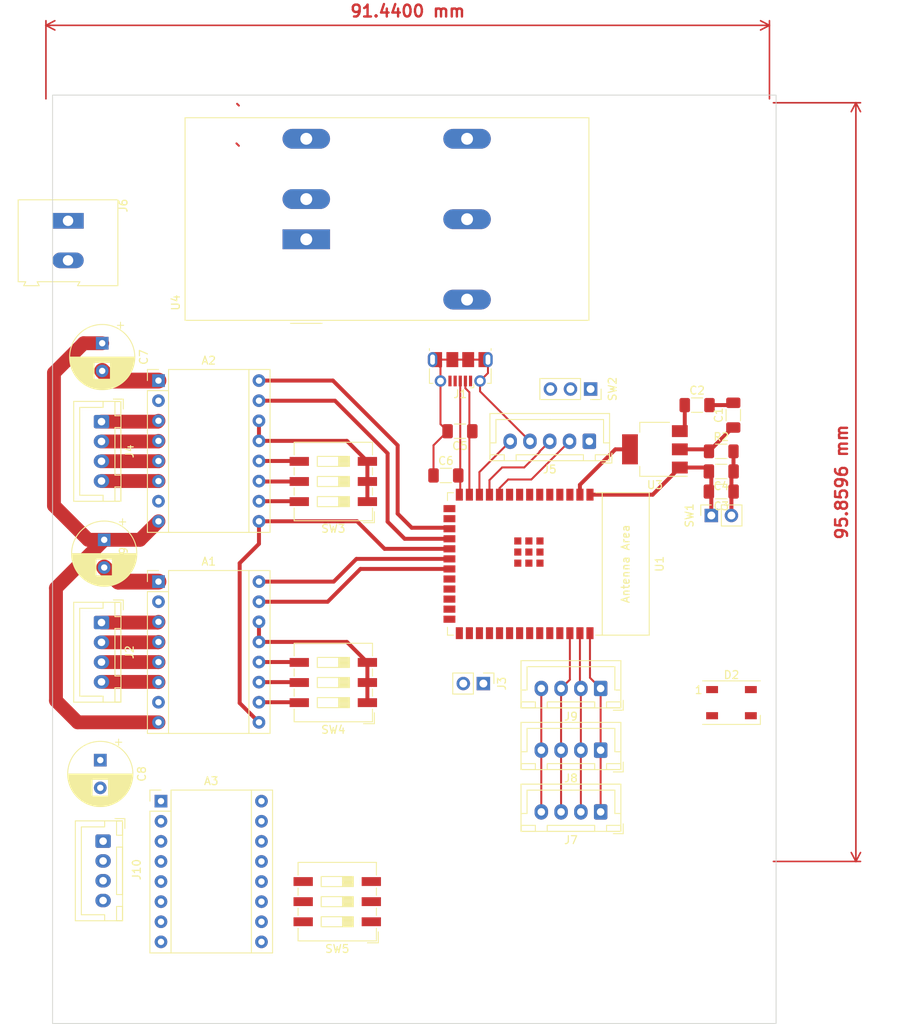
<source format=kicad_pcb>
(kicad_pcb (version 20221018) (generator pcbnew)
  (layers (0 "F.Cu" signal) (31 "B.Cu" signal) (34 "B.Paste" user) (35 "F.Paste" user) (36 "B.SilkS" user "B.Silkscreen") (37 "F.SilkS" user "F.Silkscreen") (38 "B.Mask" user) (39 "F.Mask" user) (44 "Edge.Cuts" user))
  (net 0 "")
  (net 1 "GND")
  (net 3 "Net-(A1-A2)")
  (net 4 "Net-(A1-A1)")
  (net 5 "Net-(A1-B1)")
  (net 6 "Net-(A1-B2)")
  (net 7 "+12V")
  (net 8 "EN")
  (net 9 "Net-(A1-M0)")
  (net 10 "Net-(A1-M1)")
  (net 11 "Net-(A1-M2)")
  (net 12 "5VPower")
  (net 13 "STEP1")
  (net 14 "DIR1")
  (net 16 "Net-(A2-A2)")
  (net 17 "Net-(A2-A1)")
  (net 18 "Net-(A2-B1)")
  (net 19 "Net-(A2-B2)")
  (net 20 "Net-(A2-M0)")
  (net 21 "Net-(A2-M1)")
  (net 22 "Net-(A2-M2)")
  (net 23 "STEP2")
  (net 24 "DIR2")
  (net 25 "+3V3")
  (net 26 "Net-(SW2-B)")
  (net 27 "Net-(SW1-B)")
  (net 28 "esp D-")
  (net 29 "esp D+")
  (net 30 "VBUS")
  (net 31 "-BATT")
  (net 33 "unconnected-(U4-ON{slash}~{OFF}-Pad6)")
  (net 35 "LIDARRX")
  (net 36 "LIDARTX")
  (net 41 "PWMLIDAR")
  (net 46 "/Boot")
  (net 57 "SCL")
  (net 58 "SDA")
  (net 63 "Neopixel")
  (net 66 "Net-(A3-A2)")
  (net 67 "Net-(A3-A1)")
  (net 68 "Net-(A3-B1)")
  (net 69 "Net-(A3-B2)")
  (net 70 "Net-(A3-M0)")
  (net 71 "Net-(A3-M1)")
  (net 72 "Net-(A3-M2)")
  (net 73 "STEP3")
  (net 74 "DIR3")
  (footprint "Connector_JST:JST_XH_B4B-XH-A_1x04_P2.50mm_Vertical" (layer "F.Cu") (at 183.133351 68.3098 -90)
    (fp_text reference "J4" (at 3.75 -3.55 90) (layer "F.SilkS"))
    (fp_text value "Conn_01x04")
    (pad "1" thru_hole roundrect (at 0 0 270) (size 1.7 1.95) (drill 0.95) (layers "*.Cu" "*.Mask") (roundrect_rratio 0.147059) (net 16 "Net-(A2-A2)"))
    (pad "2" thru_hole oval (at 2.5 0 270) (size 1.7 1.95) (drill 0.95) (layers "*.Cu" "*.Mask") (net 17 "Net-(A2-A1)"))
    (pad "3" thru_hole oval (at 5 0 270) (size 1.7 1.95) (drill 0.95) (layers "*.Cu" "*.Mask") (net 18 "Net-(A2-B1)"))
    (pad "4" thru_hole oval (at 7.5 0 270) (size 1.7 1.95) (drill 0.95) (layers "*.Cu" "*.Mask") (net 19 "Net-(A2-B2)"))
  )
  (footprint "Capacitor_THT:CP_Radial_D8.0mm_P3.50mm" (layer "F.Cu") (at 182.9816 111.072549 -90)
    (fp_text reference "C8" (at 1.75 -5.25 90) (layer "F.SilkS"))
    (fp_text value "C_Polarized")
    (pad "1" thru_hole rect (at 0 0 270) (size 1.6 1.6) (drill 0.8) (layers "*.Cu" "*.Mask") (net 7 "+12V"))
    (pad "2" thru_hole circle (at 3.5 0 270) (size 1.6 1.6) (drill 0.8) (layers "*.Cu" "*.Mask") (net 1 "GND"))
  )
  (footprint "Connector_PinSocket_2.54mm:PinSocket_1x03_P2.54mm_Vertical" (layer "F.Cu") (at 244.9453 64.1858 -90)
    (fp_text reference "SW2" (at 0 -2.77 90) (layer "F.SilkS"))
    (fp_text value "SW_SPDT")
    (pad "1" thru_hole rect (at 0 0 270) (size 1.7 1.7) (drill 1) (layers "*.Cu" "*.Mask") (net 12 "5VPower"))
    (pad "2" thru_hole oval (at 0 2.54 270) (size 1.7 1.7) (drill 1) (layers "*.Cu" "*.Mask") (net 26 "Net-(SW2-B)"))
    (pad "3" thru_hole oval (at 0 5.08 270) (size 1.7 1.7) (drill 1) (layers "*.Cu" "*.Mask") (net 30 "VBUS"))
  )
  (footprint "Capacitor_SMD:C_1206_3216Metric_Pad1.33x1.80mm_HandSolder" (layer "F.Cu") (at 226.6573 75.1078)
    (fp_text reference "C6" (at 0 -1.85) (layer "F.SilkS"))
    (fp_text value "C")
    (pad "1" smd roundrect (at -1.5625 0) (size 1.325 1.8) (layers "F.Cu" "F.Paste" "F.Mask") (roundrect_rratio 0.188679) (net 1 "GND"))
    (pad "2" smd roundrect (at 1.5625 0) (size 1.325 1.8) (layers "F.Cu" "F.Paste" "F.Mask") (roundrect_rratio 0.188679) (net 29 "esp D+"))
  )
  (footprint "Button_Switch_SMD:SW_DIP_SPSTx03_Slide_9.78x9.8mm_W8.61mm_P2.54mm" (layer "F.Cu") (at 212.4333 75.8698 180)
    (fp_text reference "SW3" (at 0 -5.96) (layer "F.SilkS"))
    (fp_text value "SW_DIP_x03")
    (pad "1" smd rect (at -4.305 -2.54 180) (size 2.44 1.12) (layers "F.Cu" "F.Paste" "F.Mask") (net 12 "5VPower"))
    (pad "2" smd rect (at -4.305 0 180) (size 2.44 1.12) (layers "F.Cu" "F.Paste" "F.Mask") (net 12 "5VPower"))
    (pad "3" smd rect (at -4.305 2.54 180) (size 2.44 1.12) (layers "F.Cu" "F.Paste" "F.Mask") (net 12 "5VPower"))
    (pad "4" smd rect (at 4.305 2.54 180) (size 2.44 1.12) (layers "F.Cu" "F.Paste" "F.Mask") (net 22 "Net-(A2-M2)"))
    (pad "5" smd rect (at 4.305 0 180) (size 2.44 1.12) (layers "F.Cu" "F.Paste" "F.Mask") (net 21 "Net-(A2-M1)"))
    (pad "6" smd rect (at 4.305 -2.54 180) (size 2.44 1.12) (layers "F.Cu" "F.Paste" "F.Mask") (net 20 "Net-(A2-M0)"))
  )
  (footprint "Module:Pololu_Breakout-16_15.2x20.3mm" (layer "F.Cu") (at 190.3353 63.119)
    (fp_text reference "A2" (at 6.35 -2.54) (layer "F.SilkS"))
    (fp_text value "Pololu_Breakout_DRV8825")
    (pad "1" thru_hole rect (at 0 0) (size 1.6 1.6) (drill 0.8) (layers "*.Cu" "*.Mask") (net 1 "GND"))
    (pad "2" thru_hole oval (at 0 2.54) (size 1.6 1.6) (drill 0.8) (layers "*.Cu" "*.Mask"))
    (pad "3" thru_hole oval (at 0 5.08) (size 1.6 1.6) (drill 0.8) (layers "*.Cu" "*.Mask") (net 16 "Net-(A2-A2)"))
    (pad "4" thru_hole oval (at 0 7.62) (size 1.6 1.6) (drill 0.8) (layers "*.Cu" "*.Mask") (net 17 "Net-(A2-A1)"))
    (pad "5" thru_hole oval (at 0 10.16) (size 1.6 1.6) (drill 0.8) (layers "*.Cu" "*.Mask") (net 18 "Net-(A2-B1)"))
    (pad "6" thru_hole oval (at 0 12.7) (size 1.6 1.6) (drill 0.8) (layers "*.Cu" "*.Mask") (net 19 "Net-(A2-B2)"))
    (pad "7" thru_hole oval (at 0 15.24) (size 1.6 1.6) (drill 0.8) (layers "*.Cu" "*.Mask") (net 1 "GND"))
    (pad "8" thru_hole oval (at 0 17.78) (size 1.6 1.6) (drill 0.8) (layers "*.Cu" "*.Mask") (net 7 "+12V"))
    (pad "9" thru_hole oval (at 12.7 17.78) (size 1.6 1.6) (drill 0.8) (layers "*.Cu" "*.Mask") (net 8 "EN"))
    (pad "10" thru_hole oval (at 12.7 15.24) (size 1.6 1.6) (drill 0.8) (layers "*.Cu" "*.Mask") (net 20 "Net-(A2-M0)"))
    (pad "11" thru_hole oval (at 12.7 12.7) (size 1.6 1.6) (drill 0.8) (layers "*.Cu" "*.Mask") (net 21 "Net-(A2-M1)"))
    (pad "12" thru_hole oval (at 12.7 10.16) (size 1.6 1.6) (drill 0.8) (layers "*.Cu" "*.Mask") (net 22 "Net-(A2-M2)"))
    (pad "13" thru_hole oval (at 12.7 7.62) (size 1.6 1.6) (drill 0.8) (layers "*.Cu" "*.Mask") (net 12 "5VPower"))
    (pad "14" thru_hole oval (at 12.7 5.08) (size 1.6 1.6) (drill 0.8) (layers "*.Cu" "*.Mask") (net 12 "5VPower"))
    (pad "15" thru_hole oval (at 12.7 2.54) (size 1.6 1.6) (drill 0.8) (layers "*.Cu" "*.Mask") (net 23 "STEP2"))
    (pad "16" thru_hole oval (at 12.7 0) (size 1.6 1.6) (drill 0.8) (layers "*.Cu" "*.Mask") (net 24 "DIR2"))
  )
  (footprint "Resistor_SMD:R_1206_3216Metric_Pad1.30x1.75mm_HandSolder" (layer "F.Cu") (at 261.4553 72.0598)
    (fp_text reference "R2" (at 0 -1.82) (layer "F.SilkS"))
    (fp_text value "R")
    (pad "1" smd roundrect (at -1.55 0) (size 1.3 1.75) (layers "F.Cu" "F.Paste" "F.Mask") (roundrect_rratio 0.192308) (net 25 "+3V3"))
    (pad "2" smd roundrect (at 1.55 0) (size 1.3 1.75) (layers "F.Cu" "F.Paste" "F.Mask") (roundrect_rratio 0.192308) (net 27 "Net-(SW1-B)"))
  )
  (footprint "TerminalBlock:TerminalBlock_Altech_AK300-2_P5.00mm" (layer "F.Cu") (at 178.9053 42.9298 -90)
    (fp_text reference "J6" (at -1.92 -6.99 90) (layer "F.SilkS"))
    (fp_text value "Conn_01x02")
    (pad "1" thru_hole rect (at 0 0 270) (size 1.98 3.96) (drill 1.32) (layers "*.Cu" "*.Mask") (net 31 "-BATT"))
    (pad "2" thru_hole oval (at 5 0 270) (size 1.98 3.96) (drill 1.32) (layers "*.Cu" "*.Mask") (net 7 "+12V"))
  )
  (footprint "Connector_JST:JST_XH_B4B-XH-A_1x04_P2.50mm_Vertical" (layer "F.Cu") (at 183.3372 121.3104 -90)
    (fp_text reference "J10" (at 3.598 -4.2396 90) (layer "F.SilkS"))
    (fp_text value "Conn_01x04")
    (pad "1" thru_hole roundrect (at 0 0 270) (size 1.7 1.95) (drill 0.95) (layers "*.Cu" "*.Mask") (roundrect_rratio 0.147059) (net 66 "Net-(A3-A2)"))
    (pad "2" thru_hole oval (at 2.5 0 270) (size 1.7 1.95) (drill 0.95) (layers "*.Cu" "*.Mask") (net 67 "Net-(A3-A1)"))
    (pad "3" thru_hole oval (at 5 0 270) (size 1.7 1.95) (drill 0.95) (layers "*.Cu" "*.Mask") (net 68 "Net-(A3-B1)"))
    (pad "4" thru_hole oval (at 7.5 0 270) (size 1.7 1.95) (drill 0.95) (layers "*.Cu" "*.Mask") (net 69 "Net-(A3-B2)"))
  )
  (footprint "Connector_JST:JST_XH_B4B-XH-A_1x04_P2.50mm_Vertical" (layer "F.Cu") (at 246.2153 109.8158 180)
    (fp_text reference "J8" (at 3.75 -3.55) (layer "F.SilkS"))
    (fp_text value "Conn_01x04")
    (pad "1" thru_hole roundrect (at 0 0 180) (size 1.7 1.95) (drill 0.95) (layers "*.Cu" "*.Mask") (roundrect_rratio 0.147059) (net 1 "GND"))
    (pad "2" thru_hole oval (at 2.5 0 180) (size 1.7 1.95) (drill 0.95) (layers "*.Cu" "*.Mask") (net 57 "SCL"))
    (pad "3" thru_hole oval (at 5 0 180) (size 1.7 1.95) (drill 0.95) (layers "*.Cu" "*.Mask") (net 58 "SDA"))
    (pad "4" thru_hole oval (at 7.5 0 180) (size 1.7 1.95) (drill 0.95) (layers "*.Cu" "*.Mask") (net 12 "5VPower"))
  )
  (footprint "Connector_JST:JST_XH_B5B-XH-A_1x05_P2.50mm_Vertical" (layer "F.Cu") (at 244.7853 70.7898 180)
    (fp_text reference "J5" (at 5 -3.55) (layer "F.SilkS"))
    (fp_text value "Conn_01x05")
    (pad "1" thru_hole roundrect (at 0 0 180) (size 1.7 1.95) (drill 0.95) (layers "*.Cu" "*.Mask") (roundrect_rratio 0.147059) (net 12 "5VPower"))
    (pad "2" thru_hole oval (at 2.5 0 180) (size 1.7 1.95) (drill 0.95) (layers "*.Cu" "*.Mask") (net 35 "LIDARRX"))
    (pad "3" thru_hole oval (at 5 0 180) (size 1.7 1.95) (drill 0.95) (layers "*.Cu" "*.Mask") (net 36 "LIDARTX"))
    (pad "4" thru_hole oval (at 7.5 0 180) (size 1.7 1.95) (drill 0.95) (layers "*.Cu" "*.Mask") (net 1 "GND"))
    (pad "5" thru_hole oval (at 10 0 180) (size 1.7 1.95) (drill 0.95) (layers "*.Cu" "*.Mask") (net 41 "PWMLIDAR"))
  )
  (footprint "Connector_USB:USB_Micro-B_Molex-105017-0001" (layer "F.Cu") (at 228.4753 61.7073 180)
    (fp_text reference "J1" (at 0 -3.1125) (layer "F.SilkS"))
    (fp_text value "USB_B_Micro")
    (pad "1" smd rect (at -1.3 -1.4625 180) (size 0.4 1.35) (layers "F.Cu" "F.Paste" "F.Mask") (net 30 "VBUS"))
    (pad "2" smd rect (at -0.65 -1.4625 180) (size 0.4 1.35) (layers "F.Cu" "F.Paste" "F.Mask") (net 28 "esp D-"))
    (pad "3" smd rect (at 0 -1.4625 180) (size 0.4 1.35) (layers "F.Cu" "F.Paste" "F.Mask") (net 29 "esp D+"))
    (pad "4" smd rect (at 0.65 -1.4625 180) (size 0.4 1.35) (layers "F.Cu" "F.Paste" "F.Mask"))
    (pad "5" smd rect (at 1.3 -1.4625 180) (size 0.4 1.35) (layers "F.Cu" "F.Paste" "F.Mask") (net 1 "GND"))
    (pad "6" thru_hole oval (at -3.5 1.2375) (size 1.2 1.9) (drill oval 0.6 1.3) (layers "*.Cu" "*.Mask") (net 1 "GND"))
    (pad "6" smd rect (at -2.9 1.2375 180) (size 1.2 1.9) (layers "F.Cu" "F.Mask") (net 1 "GND"))
    (pad "6" thru_hole circle (at -2.5 -1.4625 180) (size 1.45 1.45) (drill 0.85) (layers "*.Cu" "*.Mask") (net 1 "GND"))
    (pad "6" smd rect (at -1 1.2375 180) (size 1.5 1.9) (layers "F.Cu" "F.Paste" "F.Mask") (net 1 "GND"))
    (pad "6" smd rect (at 1 1.2375 180) (size 1.5 1.9) (layers "F.Cu" "F.Paste" "F.Mask") (net 1 "GND"))
    (pad "6" thru_hole circle (at 2.5 -1.4625 180) (size 1.45 1.45) (drill 0.85) (layers "*.Cu" "*.Mask") (net 1 "GND"))
    (pad "6" smd rect (at 2.9 1.2375 180) (size 1.2 1.9) (layers "F.Cu" "F.Mask") (net 1 "GND"))
    (pad "6" thru_hole oval (at 3.5 1.2375 180) (size 1.2 1.9) (drill oval 0.6 1.3) (layers "*.Cu" "*.Mask") (net 1 "GND"))
  )
  (footprint "LED_SMD:LED_WS2812B_PLCC4_5.0x5.0mm_P3.2mm" (layer "F.Cu") (at 262.7514 103.8108)
    (fp_text reference "D2" (at 0 -3.5) (layer "F.SilkS"))
    (fp_text value "WS2812B")
    (fp_text user "1" (at -4.15 -1.6) (layer "F.SilkS"))
    (pad "1" smd rect (at -2.45 -1.65) (size 1.5 0.9) (layers "F.Cu" "F.Paste" "F.Mask") (net 12 "5VPower"))
    (pad "2" smd rect (at -2.45 1.65) (size 1.5 0.9) (layers "F.Cu" "F.Paste" "F.Mask"))
    (pad "3" smd rect (at 2.45 1.65) (size 1.5 0.9) (layers "F.Cu" "F.Paste" "F.Mask") (net 1 "GND"))
    (pad "4" smd rect (at 2.45 -1.65) (size 1.5 0.9) (layers "F.Cu" "F.Paste" "F.Mask") (net 63 "Neopixel"))
  )
  (footprint "Connector_JST:JST_XH_B4B-XH-A_1x04_P2.50mm_Vertical" (layer "F.Cu") (at 246.2153 102.0158 180)
    (fp_text reference "J9" (at 3.75 -3.55) (layer "F.SilkS"))
    (fp_text value "Conn_01x04")
    (pad "1" thru_hole roundrect (at 0 0 180) (size 1.7 1.95) (drill 0.95) (layers "*.Cu" "*.Mask") (roundrect_rratio 0.147059) (net 1 "GND"))
    (pad "2" thru_hole oval (at 2.5 0 180) (size 1.7 1.95) (drill 0.95) (layers "*.Cu" "*.Mask") (net 57 "SCL"))
    (pad "3" thru_hole oval (at 5 0 180) (size 1.7 1.95) (drill 0.95) (layers "*.Cu" "*.Mask") (net 58 "SDA"))
    (pad "4" thru_hole oval (at 7.5 0 180) (size 1.7 1.95) (drill 0.95) (layers "*.Cu" "*.Mask") (net 12 "5VPower"))
  )
  (footprint "Capacitor_SMD:C_1206_3216Metric_Pad1.33x1.80mm_HandSolder" (layer "F.Cu") (at 228.4353 69.5198 180)
    (fp_text reference "C5" (at 0 -1.85) (layer "F.SilkS"))
    (fp_text value "C")
    (pad "1" smd roundrect (at -1.5625 0 180) (size 1.325 1.8) (layers "F.Cu" "F.Paste" "F.Mask") (roundrect_rratio 0.188679) (net 28 "esp D-"))
    (pad "2" smd roundrect (at 1.5625 0 180) (size 1.325 1.8) (layers "F.Cu" "F.Paste" "F.Mask") (roundrect_rratio 0.188679) (net 1 "GND"))
  )
  (footprint "Module:Pololu_Breakout-16_15.2x20.3mm" (layer "F.Cu") (at 190.6524 116.2558)
    (fp_text reference "A3" (at 6.35 -2.54) (layer "F.SilkS"))
    (fp_text value "Pololu_Breakout_DRV8825")
    (pad "1" thru_hole rect (at 0 0) (size 1.6 1.6) (drill 0.8) (layers "*.Cu" "*.Mask") (net 1 "GND"))
    (pad "2" thru_hole oval (at 0 2.54) (size 1.6 1.6) (drill 0.8) (layers "*.Cu" "*.Mask"))
    (pad "3" thru_hole oval (at 0 5.08) (size 1.6 1.6) (drill 0.8) (layers "*.Cu" "*.Mask") (net 66 "Net-(A3-A2)"))
    (pad "4" thru_hole oval (at 0 7.62) (size 1.6 1.6) (drill 0.8) (layers "*.Cu" "*.Mask") (net 67 "Net-(A3-A1)"))
    (pad "5" thru_hole oval (at 0 10.16) (size 1.6 1.6) (drill 0.8) (layers "*.Cu" "*.Mask") (net 68 "Net-(A3-B1)"))
    (pad "6" thru_hole oval (at 0 12.7) (size 1.6 1.6) (drill 0.8) (layers "*.Cu" "*.Mask") (net 69 "Net-(A3-B2)"))
    (pad "7" thru_hole oval (at 0 15.24) (size 1.6 1.6) (drill 0.8) (layers "*.Cu" "*.Mask") (net 1 "GND"))
    (pad "8" thru_hole oval (at 0 17.78) (size 1.6 1.6) (drill 0.8) (layers "*.Cu" "*.Mask") (net 7 "+12V"))
    (pad "9" thru_hole oval (at 12.7 17.78) (size 1.6 1.6) (drill 0.8) (layers "*.Cu" "*.Mask") (net 8 "EN"))
    (pad "10" thru_hole oval (at 12.7 15.24) (size 1.6 1.6) (drill 0.8) (layers "*.Cu" "*.Mask") (net 70 "Net-(A3-M0)"))
    (pad "11" thru_hole oval (at 12.7 12.7) (size 1.6 1.6) (drill 0.8) (layers "*.Cu" "*.Mask") (net 71 "Net-(A3-M1)"))
    (pad "12" thru_hole oval (at 12.7 10.16) (size 1.6 1.6) (drill 0.8) (layers "*.Cu" "*.Mask") (net 72 "Net-(A3-M2)"))
    (pad "13" thru_hole oval (at 12.7 7.62) (size 1.6 1.6) (drill 0.8) (layers "*.Cu" "*.Mask") (net 12 "5VPower"))
    (pad "14" thru_hole oval (at 12.7 5.08) (size 1.6 1.6) (drill 0.8) (layers "*.Cu" "*.Mask") (net 12 "5VPower"))
    (pad "15" thru_hole oval (at 12.7 2.54) (size 1.6 1.6) (drill 0.8) (layers "*.Cu" "*.Mask") (net 73 "STEP3"))
    (pad "16" thru_hole oval (at 12.7 0) (size 1.6 1.6) (drill 0.8) (layers "*.Cu" "*.Mask") (net 74 "DIR3"))
  )
  (footprint "Capacitor_SMD:C_1206_3216Metric_Pad1.33x1.80mm_HandSolder" (layer "F.Cu") (at 262.9793 67.4878 90)
    (fp_text reference "C1" (at 0 -1.85 90) (layer "F.SilkS"))
    (fp_text value "C")
    (pad "1" smd roundrect (at -1.5625 0 90) (size 1.325 1.8) (layers "F.Cu" "F.Paste" "F.Mask") (roundrect_rratio 0.188679) (net 25 "+3V3"))
    (pad "2" smd roundrect (at 1.5625 0 90) (size 1.325 1.8) (layers "F.Cu" "F.Paste" "F.Mask") (roundrect_rratio 0.188679) (net 1 "GND"))
  )
  (footprint "Connector_PinHeader_2.54mm:PinHeader_1x02_P2.54mm_Vertical" (layer "F.Cu") (at 231.399 101.3968 -90)
    (fp_text reference "J3" (at 0 -2.33 90) (layer "F.SilkS"))
    (fp_text value "Conn_01x02")
    (pad "1" thru_hole rect (at 0 0 270) (size 1.7 1.7) (drill 1) (layers "*.Cu" "*.Mask") (net 1 "GND"))
    (pad "2" thru_hole oval (at 0 2.54 270) (size 1.7 1.7) (drill 1) (layers "*.Cu" "*.Mask") (net 46 "/Boot"))
  )
  (footprint "Capacitor_SMD:C_1206_3216Metric_Pad1.33x1.80mm_HandSolder" (layer "F.Cu") (at 261.4553 74.5998 180)
    (fp_text reference "C4" (at 0 -1.85) (layer "F.SilkS"))
    (fp_text value "C")
    (pad "1" smd roundrect (at -1.5625 0 180) (size 1.325 1.8) (layers "F.Cu" "F.Paste" "F.Mask") (roundrect_rratio 0.188679) (net 27 "Net-(SW1-B)"))
    (pad "2" smd roundrect (at 1.5625 0 180) (size 1.325 1.8) (layers "F.Cu" "F.Paste" "F.Mask") (roundrect_rratio 0.188679) (net 1 "GND"))
  )
  (footprint "Package_TO_SOT_SMD:SOT-223-3_TabPin2" (layer "F.Cu") (at 253.0733 71.8058 180)
    (fp_text reference "U3" (at 0 -4.5) (layer "F.SilkS"))
    (fp_text value "LM1117MP-3.3")
    (pad "1" smd rect (at -3.15 -2.3 180) (size 2 1.5) (layers "F.Cu" "F.Paste" "F.Mask") (net 1 "GND"))
    (pad "2" smd rect (at -3.15 0 180) (size 2 1.5) (layers "F.Cu" "F.Paste" "F.Mask") (net 25 "+3V3"))
    (pad "2" smd rect (at 3.15 0 180) (size 2 3.8) (layers "F.Cu" "F.Paste" "F.Mask") (net 25 "+3V3"))
    (pad "3" smd rect (at -3.15 2.3 180) (size 2 1.5) (layers "F.Cu" "F.Paste" "F.Mask") (net 26 "Net-(SW2-B)"))
  )
  (footprint "Connector_JST:JST_XH_B4B-XH-A_1x04_P2.50mm_Vertical" (layer "F.Cu") (at 246.2153 117.6158 180)
    (fp_text reference "J7" (at 3.75 -3.55) (layer "F.SilkS"))
    (fp_text value "Conn_01x04")
    (pad "1" thru_hole roundrect (at 0 0 180) (size 1.7 1.95) (drill 0.95) (layers "*.Cu" "*.Mask") (roundrect_rratio 0.147059) (net 1 "GND"))
    (pad "2" thru_hole oval (at 2.5 0 180) (size 1.7 1.95) (drill 0.95) (layers "*.Cu" "*.Mask") (net 57 "SCL"))
    (pad "3" thru_hole oval (at 5 0 180) (size 1.7 1.95) (drill 0.95) (layers "*.Cu" "*.Mask") (net 58 "SDA"))
    (pad "4" thru_hole oval (at 7.5 0 180) (size 1.7 1.95) (drill 0.95) (layers "*.Cu" "*.Mask") (net 12 "5VPower"))
  )
  (footprint "Converter_DCDC:Converter_DCDC_TRACO_TEN20-xxxx_THT" (layer "F.Cu") (at 209.0151 45.2673 90)
    (fp_text reference "U4" (at -8 -16.5 90) (layer "F.SilkS"))
    (fp_text value "TEN20-2411WIN")
    (pad "1" thru_hole rect (at 0 0 180) (size 6 2.5) (drill 1.5) (layers "*.Cu" "*.Mask") (net 7 "+12V"))
    (pad "2" thru_hole oval (at 5.08 0 180) (size 6 2.5) (drill 1.5) (layers "*.Cu" "*.Mask") (net 31 "-BATT"))
    (pad "3" thru_hole oval (at -7.62 20.32 180) (size 6 2.5) (drill 1.5) (layers "*.Cu" "*.Mask") (net 12 "5VPower"))
    (pad "4" thru_hole oval (at 2.54 20.32 180) (size 6 2.5) (drill 1.5) (layers "*.Cu" "*.Mask"))
    (pad "5" thru_hole oval (at 12.7 20.32 180) (size 6 2.5) (drill 1.5) (layers "*.Cu" "*.Mask") (net 1 "GND"))
    (pad "6" thru_hole oval (at 12.7 0 180) (size 6 2.5) (drill 1.5) (layers "*.Cu" "*.Mask") (net 33 "unconnected-(U4-ON{slash}~{OFF}-Pad6)"))
  )
  (footprint "Button_Switch_SMD:SW_DIP_SPSTx03_Slide_9.78x9.8mm_W8.61mm_P2.54mm" (layer "F.Cu") (at 212.9282 128.9558 180)
    (fp_text reference "SW5" (at 0 -5.96) (layer "F.SilkS"))
    (fp_text value "SW_DIP_x03")
    (pad "1" smd rect (at -4.305 -2.54 180) (size 2.44 1.12) (layers "F.Cu" "F.Paste" "F.Mask") (net 12 "5VPower"))
    (pad "2" smd rect (at -4.305 0 180) (size 2.44 1.12) (layers "F.Cu" "F.Paste" "F.Mask") (net 12 "5VPower"))
    (pad "3" smd rect (at -4.305 2.54 180) (size 2.44 1.12) (layers "F.Cu" "F.Paste" "F.Mask") (net 12 "5VPower"))
    (pad "4" smd rect (at 4.305 2.54 180) (size 2.44 1.12) (layers "F.Cu" "F.Paste" "F.Mask") (net 72 "Net-(A3-M2)"))
    (pad "5" smd rect (at 4.305 0 180) (size 2.44 1.12) (layers "F.Cu" "F.Paste" "F.Mask") (net 71 "Net-(A3-M1)"))
    (pad "6" smd rect (at 4.305 -2.54 180) (size 2.44 1.12) (layers "F.Cu" "F.Paste" "F.Mask") (net 70 "Net-(A3-M0)"))
  )
  (footprint "Capacitor_SMD:C_1206_3216Metric_Pad1.33x1.80mm_HandSolder" (layer "F.Cu") (at 258.4073 66.2178)
    (fp_text reference "C2" (at 0 -1.85) (layer "F.SilkS"))
    (fp_text value "C")
    (pad "1" smd roundrect (at -1.5625 0) (size 1.325 1.8) (layers "F.Cu" "F.Paste" "F.Mask") (roundrect_rratio 0.188679) (net 26 "Net-(SW2-B)"))
    (pad "2" smd roundrect (at 1.5625 0) (size 1.325 1.8) (layers "F.Cu" "F.Paste" "F.Mask") (roundrect_rratio 0.188679) (net 1 "GND"))
  )
  (footprint "Capacitor_SMD:C_1206_3216Metric_Pad1.33x1.80mm_HandSolder" (layer "F.Cu") (at 261.4553 77.1398 180)
    (fp_text reference "C3" (at 0 -1.85) (layer "F.SilkS"))
    (fp_text value "C")
    (pad "1" smd roundrect (at -1.5625 0 180) (size 1.325 1.8) (layers "F.Cu" "F.Paste" "F.Mask") (roundrect_rratio 0.188679) (net 27 "Net-(SW1-B)"))
    (pad "2" smd roundrect (at 1.5625 0 180) (size 1.325 1.8) (layers "F.Cu" "F.Paste" "F.Mask") (roundrect_rratio 0.188679) (net 1 "GND"))
  )
  (footprint "Capacitor_THT:CP_Radial_D8.0mm_P3.50mm" (layer "F.Cu") (at 183.4773 83.2358 -90)
    (fp_text reference "C9" (at 1.88 -2.45 90) (layer "F.SilkS"))
    (fp_text value "C_Polarized")
    (pad "1" thru_hole rect (at 0 0 270) (size 1.6 1.6) (drill 0.8) (layers "*.Cu" "*.Mask") (net 7 "+12V"))
    (pad "2" thru_hole circle (at 3.5 0 270) (size 1.6 1.6) (drill 0.8) (layers "*.Cu" "*.Mask") (net 1 "GND"))
  )
  (footprint "Module:Pololu_Breakout-16_15.2x20.3mm" (layer "F.Cu") (at 190.3353 88.519)
    (fp_text reference "A1" (at 6.35 -2.54) (layer "F.SilkS"))
    (fp_text value "Pololu_Breakout_DRV8825")
    (pad "1" thru_hole rect (at 0 0) (size 1.6 1.6) (drill 0.8) (layers "*.Cu" "*.Mask") (net 1 "GND"))
    (pad "2" thru_hole oval (at 0 2.54) (size 1.6 1.6) (drill 0.8) (layers "*.Cu" "*.Mask"))
    (pad "3" thru_hole oval (at 0 5.08) (size 1.6 1.6) (drill 0.8) (layers "*.Cu" "*.Mask") (net 3 "Net-(A1-A2)"))
    (pad "4" thru_hole oval (at 0 7.62) (size 1.6 1.6) (drill 0.8) (layers "*.Cu" "*.Mask") (net 4 "Net-(A1-A1)"))
    (pad "5" thru_hole oval (at 0 10.16) (size 1.6 1.6) (drill 0.8) (layers "*.Cu" "*.Mask") (net 5 "Net-(A1-B1)"))
    (pad "6" thru_hole oval (at 0 12.7) (size 1.6 1.6) (drill 0.8) (layers "*.Cu" "*.Mask") (net 6 "Net-(A1-B2)"))
    (pad "7" thru_hole oval (at 0 15.24) (size 1.6 1.6) (drill 0.8) (layers "*.Cu" "*.Mask") (net 1 "GND"))
    (pad "8" thru_hole oval (at 0 17.78) (size 1.6 1.6) (drill 0.8) (layers "*.Cu" "*.Mask") (net 7 "+12V"))
    (pad "9" thru_hole oval (at 12.7 17.78) (size 1.6 1.6) (drill 0.8) (layers "*.Cu" "*.Mask") (net 8 "EN"))
    (pad "10" thru_hole oval (at 12.7 15.24) (size 1.6 1.6) (drill 0.8) (layers "*.Cu" "*.Mask") (net 9 "Net-(A1-M0)"))
    (pad "11" thru_hole oval (at 12.7 12.7) (size 1.6 1.6) (drill 0.8) (layers "*.Cu" "*.Mask") (net 10 "Net-(A1-M1)"))
    (pad "12" thru_hole oval (at 12.7 10.16) (size 1.6 1.6) (drill 0.8) (layers "*.Cu" "*.Mask") (net 11 "Net-(A1-M2)"))
    (pad "13" thru_hole oval (at 12.7 7.62) (size 1.6 1.6) (drill 0.8) (layers "*.Cu" "*.Mask") (net 12 "5VPower"))
    (pad "14" thru_hole oval (at 12.7 5.08) (size 1.6 1.6) (drill 0.8) (layers "*.Cu" "*.Mask") (net 12 "5VPower"))
    (pad "15" thru_hole oval (at 12.7 2.54) (size 1.6 1.6) (drill 0.8) (layers "*.Cu" "*.Mask") (net 13 "STEP1"))
    (pad "16" thru_hole oval (at 12.7 0) (size 1.6 1.6) (drill 0.8) (layers "*.Cu" "*.Mask") (net 14 "DIR1"))
  )
  (footprint "Capacitor_THT:CP_Radial_D8.0mm_P3.50mm" (layer "F.Cu") (at 183.2233 58.3998 -90)
    (fp_text reference "C7" (at 1.75 -5.25 90) (layer "F.SilkS"))
    (fp_text value "C_Polarized")
    (pad "1" thru_hole rect (at 0 0 270) (size 1.6 1.6) (drill 0.8) (layers "*.Cu" "*.Mask") (net 7 "+12V"))
    (pad "2" thru_hole circle (at 3.5 0 270) (size 1.6 1.6) (drill 0.8) (layers "*.Cu" "*.Mask") (net 1 "GND"))
  )
  (footprint "Connector_JST:JST_XH_B4B-XH-A_1x04_P2.50mm_Vertical" (layer "F.Cu") (at 183.133351 93.6898 -90)
    (fp_text reference "J2" (at 3.75 -3.55 90) (layer "F.SilkS"))
    (fp_text value "Conn_01x04")
    (pad "1" thru_hole roundrect (at 0 0 270) (size 1.7 1.95) (drill 0.95) (layers "*.Cu" "*.Mask") (roundrect_rratio 0.147059) (net 3 "Net-(A1-A2)"))
    (pad "2" thru_hole oval (at 2.5 0 270) (size 1.7 1.95) (drill 0.95) (layers "*.Cu" "*.Mask") (net 4 "Net-(A1-A1)"))
    (pad "3" thru_hole oval (at 5 0 270) (size 1.7 1.95) (drill 0.95) (layers "*.Cu" "*.Mask") (net 5 "Net-(A1-B1)"))
    (pad "4" thru_hole oval (at 7.5 0 270) (size 1.7 1.95) (drill 0.95) (layers "*.Cu" "*.Mask") (net 6 "Net-(A1-B2)"))
  )
  (footprint "ESP32:ESP32-S3-WROOM-1" (layer "F.Cu") (at 236.6073 86.2838 -90)
    (fp_text reference "U1" (at 0 -17.05 90) (layer "F.SilkS"))
    (fp_text value "ESP32-S3-WROOM-1")
    (fp_text user "Antenna Area" (at 0 -12.75 90) (layer "F.SilkS"))
    (pad "1" smd rect (at -8.75 -8.26 270) (size 1.5 0.9) (layers "F.Cu" "F.Paste" "F.Mask") (net 1 "GND"))
    (pad "2" smd rect (at -8.75 -6.99 270) (size 1.5 0.9) (layers "F.Cu" "F.Paste" "F.Mask") (net 25 "+3V3"))
    (pad "3" smd rect (at -8.75 -5.72 270) (size 1.5 0.9) (layers "F.Cu" "F.Paste" "F.Mask") (net 27 "Net-(SW1-B)"))
    (pad "4" smd rect (at -8.75 -4.45 270) (size 1.5 0.9) (layers "F.Cu" "F.Paste" "F.Mask"))
    (pad "5" smd rect (at -8.75 -3.18 270) (size 1.5 0.9) (layers "F.Cu" "F.Paste" "F.Mask"))
    (pad "6" smd rect (at -8.75 -1.91 270) (size 1.5 0.9) (layers "F.Cu" "F.Paste" "F.Mask"))
    (pad "7" smd rect (at -8.75 -0.64 270) (size 1.5 0.9) (layers "F.Cu" "F.Paste" "F.Mask"))
    (pad "8" smd rect (at -8.75 0.63 270) (size 1.5 0.9) (layers "F.Cu" "F.Paste" "F.Mask"))
    (pad "9" smd rect (at -8.75 1.9 270) (size 1.5 0.9) (layers "F.Cu" "F.Paste" "F.Mask"))
    (pad "10" smd rect (at -8.75 3.17 270) (size 1.5 0.9) (layers "F.Cu" "F.Paste" "F.Mask") (net 35 "LIDARRX"))
    (pad "11" smd rect (at -8.75 4.44 270) (size 1.5 0.9) (layers "F.Cu" "F.Paste" "F.Mask") (net 36 "LIDARTX"))
    (pad "12" smd rect (at -8.75 5.71 270) (size 1.5 0.9) (layers "F.Cu" "F.Paste" "F.Mask") (net 41 "PWMLIDAR"))
    (pad "13" smd rect (at -8.75 6.98 270) (size 1.5 0.9) (layers "F.Cu" "F.Paste" "F.Mask") (net 28 "esp D-"))
    (pad "14" smd rect (at -8.75 8.25 270) (size 1.5 0.9) (layers "F.Cu" "F.Paste" "F.Mask") (net 29 "esp D+"))
    (pad "15" smd rect (at -6.985 9.5) (size 1.5 0.9) (layers "F.Cu" "F.Paste" "F.Mask"))
    (pad "16" smd rect (at -5.715 9.5) (size 1.5 0.9) (layers "F.Cu" "F.Paste" "F.Mask"))
    (pad "17" smd rect (at -4.445 9.5) (size 1.5 0.9) (layers "F.Cu" "F.Paste" "F.Mask") (net 24 "DIR2"))
    (pad "18" smd rect (at -3.175 9.5) (size 1.5 0.9) (layers "F.Cu" "F.Paste" "F.Mask") (net 23 "STEP2"))
    (pad "19" smd rect (at -1.905 9.5) (size 1.5 0.9) (layers "F.Cu" "F.Paste" "F.Mask") (net 8 "EN"))
    (pad "20" smd rect (at -0.635 9.5) (size 1.5 0.9) (layers "F.Cu" "F.Paste" "F.Mask") (net 14 "DIR1"))
    (pad "21" smd rect (at 0.635 9.5) (size 1.5 0.9) (layers "F.Cu" "F.Paste" "F.Mask") (net 13 "STEP1"))
    (pad "22" smd rect (at 1.905 9.5) (size 1.5 0.9) (layers "F.Cu" "F.Paste" "F.Mask") (net 63 "Neopixel"))
    (pad "23" smd rect (at 3.175 9.5) (size 1.5 0.9) (layers "F.Cu" "F.Paste" "F.Mask"))
    (pad "24" smd rect (at 4.445 9.5) (size 1.5 0.9) (layers "F.Cu" "F.Paste" "F.Mask"))
    (pad "25" smd rect (at 5.715 9.5) (size 1.5 0.9) (layers "F.Cu" "F.Paste" "F.Mask"))
    (pad "26" smd rect (at 6.985 9.5) (size 1.5 0.9) (layers "F.Cu" "F.Paste" "F.Mask"))
    (pad "27" smd rect (at 8.75 8.25 90) (size 1.5 0.9) (layers "F.Cu" "F.Paste" "F.Mask") (net 46 "/Boot"))
    (pad "28" smd rect (at 8.75 6.98 90) (size 1.5 0.9) (layers "F.Cu" "F.Paste" "F.Mask"))
    (pad "29" smd rect (at 8.75 5.71 90) (size 1.5 0.9) (layers "F.Cu" "F.Paste" "F.Mask"))
    (pad "30" smd rect (at 8.75 4.44 90) (size 1.5 0.9) (layers "F.Cu" "F.Paste" "F.Mask"))
    (pad "31" smd rect (at 8.75 3.17 90) (size 1.5 0.9) (layers "F.Cu" "F.Paste" "F.Mask"))
    (pad "32" smd rect (at 8.75 1.9 90) (size 1.5 0.9) (layers "F.Cu" "F.Paste" "F.Mask"))
    (pad "33" smd rect (at 8.75 0.63 90) (size 1.5 0.9) (layers "F.Cu" "F.Paste" "F.Mask"))
    (pad "34" smd rect (at 8.75 -0.64 90) (size 1.5 0.9) (layers "F.Cu" "F.Paste" "F.Mask"))
    (pad "35" smd rect (at 8.75 -1.91 90) (size 1.5 0.9) (layers "F.Cu" "F.Paste" "F.Mask"))
    (pad "36" smd rect (at 8.75 -3.18 90) (size 1.5 0.9) (layers "F.Cu" "F.Paste" "F.Mask"))
    (pad "37" smd rect (at 8.75 -4.45 90) (size 1.5 0.9) (layers "F.Cu" "F.Paste" "F.Mask"))
    (pad "38" smd rect (at 8.75 -5.72 90) (size 1.5 0.9) (layers "F.Cu" "F.Paste" "F.Mask") (net 58 "SDA"))
    (pad "39" smd rect (at 8.75 -6.99 90) (size 1.5 0.9) (layers "F.Cu" "F.Paste" "F.Mask") (net 57 "SCL"))
    (pad "40" smd rect (at 8.75 -8.26 90) (size 1.5 0.9) (layers "F.Cu" "F.Paste" "F.Mask") (net 1 "GND"))
    (pad "41" smd rect (at -2.9 -1.94 90) (size 0.9 0.9) (layers "F.Cu" "F.Paste" "F.Mask") (net 1 "GND"))
    (pad "41" smd rect (at -2.9 -0.54 90) (size 0.9 0.9) (layers "F.Cu" "F.Paste" "F.Mask") (net 1 "GND"))
    (pad "41" smd rect (at -2.9 0.86 90) (size 0.9 0.9) (layers "F.Cu" "F.Paste" "F.Mask") (net 1 "GND"))
    (pad "41" smd rect (at -1.5 -1.94 90) (size 0.9 0.9) (layers "F.Cu" "F.Paste" "F.Mask") (net 1 "GND"))
    (pad "41" smd rect (at -1.5 -0.54 90) (size 0.9 0.9) (layers "F.Cu" "F.Paste" "F.Mask") (net 1 "GND"))
    (pad "41" smd rect (at -1.5 0.86 90) (size 0.9 0.9) (layers "F.Cu" "F.Paste" "F.Mask") (net 1 "GND"))
    (pad "41" smd rect (at -0.1 -1.94 90) (size 0.9 0.9) (layers "F.Cu" "F.Paste" "F.Mask") (net 1 "GND"))
    (pad "41" smd rect (at -0.1 -0.54 90) (size 0.9 0.9) (layers "F.Cu" "F.Paste" "F.Mask") (net 1 "GND"))
    (pad "41" smd rect (at -0.1 0.86 90) (size 0.9 0.9) (layers "F.Cu" "F.Paste" "F.Mask") (net 1 "GND"))
  )
  (footprint "Button_Switch_SMD:SW_DIP_SPSTx03_Slide_9.78x9.8mm_W8.61mm_P2.54mm" (layer "F.Cu") (at 212.4333 101.2698 180)
    (fp_text reference "SW4" (at 0 -5.96) (layer "F.SilkS"))
    (fp_text value "SW_DIP_x03")
    (pad "1" smd rect (at -4.305 -2.54 180) (size 2.44 1.12) (layers "F.Cu" "F.Paste" "F.Mask") (net 12 "5VPower"))
    (pad "2" smd rect (at -4.305 0 180) (size 2.44 1.12) (layers "F.Cu" "F.Paste" "F.Mask") (net 12 "5VPower"))
    (pad "3" smd rect (at -4.305 2.54 180) (size 2.44 1.12) (layers "F.Cu" "F.Paste" "F.Mask") (net 12 "5VPower"))
    (pad "4" smd rect (at 4.305 2.54 180) (size 2.44 1.12) (layers "F.Cu" "F.Paste" "F.Mask") (net 11 "Net-(A1-M2)"))
    (pad "5" smd rect (at 4.305 0 180) (size 2.44 1.12) (layers "F.Cu" "F.Paste" "F.Mask") (net 10 "Net-(A1-M1)"))
    (pad "6" smd rect (at 4.305 -2.54 180) (size 2.44 1.12) (layers "F.Cu" "F.Paste" "F.Mask") (net 9 "Net-(A1-M0)"))
  )
  (footprint "Connector_PinSocket_2.54mm:PinSocket_1x02_P2.54mm_Vertical" (layer "F.Cu") (at 260.2053 80.1628 90)
    (fp_text reference "SW1" (at 0 -2.77 90) (layer "F.SilkS"))
    (fp_text value "SW_SPST")
    (pad "1" thru_hole rect (at 0 0 90) (size 1.7 1.7) (drill 1) (layers "*.Cu" "*.Mask") (net 1 "GND"))
    (pad "2" thru_hole oval (at 0 2.54 90) (size 1.7 1.7) (drill 1) (layers "*.Cu" "*.Mask") (net 27 "Net-(SW1-B)"))
  )
  (gr_rect (start 176.9495 27.051) (end 268.3895 144.3482) (stroke (width 0.1)) (fill none) (layer "Edge.Cuts"))
  (dimension (type aligned) (layer "F.Cu") (pts (xy 267.5513 123.8758) (xy 267.5513 28.0162)) (height 10.922) (gr_text "95,8596 mm" (at 276.6733 75.946 90) (layer "F.Cu") (effects (font (size 1.5 1.5) (thickness 0.3)))) (format (prefix "") (suffix "") (units 3) (units_format 1) (precision 4)) (style (thickness 0.2) (arrow_length 1.27) (text_position_mode 0) (extension_height 0.58642) (extension_offset 0.5) keep_text_aligned))
  (dimension (type aligned) (layer "F.Cu") (pts (xy 267.5513 28.0162) (xy 176.1113 28.0162)) (height 9.778999) (gr_text "91,4400 mm" (at 221.8313 16.437201) (layer "F.Cu") (effects (font (size 1.5 1.5) (thickness 0.3)))) (format (prefix "") (suffix "") (units 3) (units_format 1) (precision 4)) (style (thickness 0.2) (arrow_length 1.27) (text_position_mode 0) (extension_height 0.58642) (extension_offset 0.5) keep_text_aligned))
  (segment (start 230.9753 64.4798) (end 237.2853 70.7898) (width 0.25) (layer "F.Cu") (net 1))
  (segment (start 230.9753 63.1698) (end 230.9753 64.4798) (width 0.25) (layer "F.Cu") (net 1))
  (segment (start 190.3353 63.119) (end 184.4425 63.119) (width 2) (layer "F.Cu") (net 1))
  (segment (start 252.7953 77.5338) (end 256.2233 74.1058) (width 0.5) (layer "F.Cu") (net 1))
  (segment (start 225.9753 63.1698) (end 225.9753 61.4698) (width 0.25) (layer "F.Cu") (net 1))
  (segment (start 184.4425 63.119) (end 183.2233 61.8998) (width 2) (layer "F.Cu") (net 1))
  (segment (start 244.8673 100.6678) (end 246.2153 102.0158) (width 0.25) (layer "F.Cu") (net 1))
  (segment (start 256.2233 74.1058) (end 259.3988 74.1058) (width 0.5) (layer "F.Cu") (net 1))
  (segment (start 259.3988 74.1058) (end 259.8928 74.5998) (width 0.5) (layer "F.Cu") (net 1))
  (segment (start 225.9753 68.6223) (end 226.8728 69.5198) (width 0.25) (layer "F.Cu") (net 1))
  (segment (start 226.8728 69.5198) (end 225.0948 71.2978) (width 0.25) (layer "F.Cu") (net 1))
  (segment (start 225.9753 63.1698) (end 225.9753 68.6223) (width 0.25) (layer "F.Cu") (net 1))
  (segment (start 246.2153 102.0158) (end 246.2153 109.8158) (width 0.25) (layer "F.Cu") (net 1))
  (segment (start 260.2053 74.9123) (end 260.2053 80.1628) (width 0.5) (layer "F.Cu") (net 1))
  (segment (start 262.6868 66.2178) (end 262.9793 65.9253) (width 0.5) (layer "F.Cu") (net 1))
  (segment (start 231.9753 62.1698) (end 230.9753 63.1698) (width 0.25) (layer "F.Cu") (net 1))
  (segment (start 224.9753 60.4698) (end 231.9753 60.4698) (width 0.25) (layer "F.Cu") (net 1))
  (segment (start 246.2153 109.8158) (end 246.2153 117.6158) (width 0.25) (layer "F.Cu") (net 1))
  (segment (start 185.2605 88.519) (end 183.4773 86.7358) (width 2) (layer "F.Cu") (net 1))
  (segment (start 231.9753 60.4698) (end 231.9753 62.1698) (width 0.25) (layer "F.Cu") (net 1))
  (segment (start 259.9698 66.2178) (end 262.6868 66.2178) (width 0.5) (layer "F.Cu") (net 1))
  (segment (start 259.8928 74.5998) (end 260.2053 74.9123) (width 0.5) (layer "F.Cu") (net 1))
  (segment (start 225.0948 71.2978) (end 225.0948 75.1078) (width 0.25) (layer "F.Cu") (net 1))
  (segment (start 190.3353 88.519) (end 185.2605 88.519) (width 2) (layer "F.Cu") (net 1))
  (segment (start 244.8673 77.5338) (end 252.7953 77.5338) (width 0.5) (layer "F.Cu") (net 1))
  (segment (start 225.9753 61.4698) (end 224.9753 60.4698) (width 0.25) (layer "F.Cu") (net 1))
  (segment (start 244.8673 95.0338) (end 244.8673 100.6678) (width 0.25) (layer "F.Cu") (net 1))
  (segment (start 190.2445 93.6898) (end 190.3353 93.599) (width 1.75) (layer "F.Cu") (net 3))
  (segment (start 183.133351 93.6898) (end 190.2445 93.6898) (width 1.75) (layer "F.Cu") (net 3))
  (segment (start 183.133351 96.1898) (end 190.2845 96.1898) (width 1.75) (layer "F.Cu") (net 4))
  (segment (start 190.2845 96.1898) (end 190.3353 96.139) (width 1.75) (layer "F.Cu") (net 4))
  (segment (start 190.3245 98.6898) (end 190.3353 98.679) (width 1.75) (layer "F.Cu") (net 5))
  (segment (start 183.133351 98.6898) (end 190.3245 98.6898) (width 1.75) (layer "F.Cu") (net 5))
  (segment (start 190.3061 101.1898) (end 190.3353 101.219) (width 1.75) (layer "F.Cu") (net 6))
  (segment (start 183.133351 101.1898) (end 190.3061 101.1898) (width 1.75) (layer "F.Cu") (net 6))
  (segment (start 180.1245 106.299) (end 190.3353 106.299) (width 1.75) (layer "F.Cu") (net 7))
  (segment (start 183.4773 83.2358) (end 177.3813 89.3318) (width 1.75) (layer "F.Cu") (net 7))
  (segment (start 177.1273 62.1538) (end 177.1273 78.9178) (width 1.75) (layer "F.Cu") (net 7))
  (segment (start 180.8813 58.3998) (end 177.1273 62.1538) (width 1.75) (layer "F.Cu") (net 7))
  (segment (start 187.9985 83.2358) (end 190.3353 80.899) (width 1.75) (layer "F.Cu") (net 7))
  (segment (start 177.3813 89.3318) (end 177.3813 103.5558) (width 1.75) (layer "F.Cu") (net 7))
  (segment (start 183.4773 83.2358) (end 187.9985 83.2358) (width 1.75) (layer "F.Cu") (net 7))
  (segment (start 183.2233 58.3998) (end 180.8813 58.3998) (width 1.75) (layer "F.Cu") (net 7))
  (segment (start 181.4453 83.2358) (end 183.4773 83.2358) (width 1.75) (layer "F.Cu") (net 7))
  (segment (start 177.3813 103.5558) (end 180.1245 106.299) (width 1.75) (layer "F.Cu") (net 7))
  (segment (start 177.1273 78.9178) (end 181.4453 83.2358) (width 1.75) (layer "F.Cu") (net 7))
  (segment (start 200.5969 86.1822) (end 200.5969 103.8606) (width 0.5) (layer "F.Cu") (net 8))
  (segment (start 203.0353 80.899) (end 215.4305 80.899) (width 0.5) (layer "F.Cu") (net 8))
  (segment (start 203.0353 83.7438) (end 200.5969 86.1822) (width 0.5) (layer "F.Cu") (net 8))
  (segment (start 203.0353 80.899) (end 203.0353 83.7438) (width 0.5) (layer "F.Cu") (net 8))
  (segment (start 218.9103 84.3788) (end 227.1073 84.3788) (width 0.5) (layer "F.Cu") (net 8))
  (segment (start 215.4305 80.899) (end 218.9103 84.3788) (width 0.5) (layer "F.Cu") (net 8))
  (segment (start 200.5969 103.8606) (end 203.0353 106.299) (width 0.5) (layer "F.Cu") (net 8))
  (segment (start 208.0775 103.759) (end 208.1283 103.8098) (width 0.5) (layer "F.Cu") (net 9))
  (segment (start 203.0353 103.759) (end 208.0775 103.759) (width 0.5) (layer "F.Cu") (net 9))
  (segment (start 203.0353 101.219) (end 208.0775 101.219) (width 0.5) (layer "F.Cu") (net 10))
  (segment (start 208.0775 101.219) (end 208.1283 101.2698) (width 0.5) (layer "F.Cu") (net 10))
  (segment (start 208.0775 98.679) (end 208.1283 98.7298) (width 0.5) (layer "F.Cu") (net 11))
  (segment (start 203.0353 98.679) (end 208.0775 98.679) (width 0.5) (layer "F.Cu") (net 11))
  (segment (start 203.0353 70.739) (end 214.1475 70.739) (width 0.5) (layer "F.Cu") (net 12))
  (segment (start 216.7383 98.7298) (end 214.1475 96.139) (width 0.5) (layer "F.Cu") (net 12))
  (segment (start 214.1475 96.139) (end 203.0353 96.139) (width 0.5) (layer "F.Cu") (net 12))
  (segment (start 203.0353 93.599) (end 203.0353 96.139) (width 0.5) (layer "F.Cu") (net 12))
  (segment (start 238.3133 101.6138) (end 238.7153 102.0158) (width 0.5) (layer "F.Cu") (net 12))
  (segment (start 216.7383 103.8098) (end 216.7383 98.7298) (width 0.5) (layer "F.Cu") (net 12))
  (segment (start 214.1475 70.739) (end 216.7383 73.3298) (width 0.5) (layer "F.Cu") (net 12))
  (segment (start 216.7383 73.3298) (end 216.7383 78.4098) (width 0.5) (layer "F.Cu") (net 12))
  (segment (start 238.7153 102.0158) (end 238.7153 109.8158) (width 0.25) (layer "F.Cu") (net 12))
  (segment (start 238.7153 109.8158) (end 238.7153 117.6158) (width 0.25) (layer "F.Cu") (net 12))
  (segment (start 244.7853 70.7898) (end 245.4533 70.1218) (width 0.25) (layer "F.Cu") (net 12))
  (segment (start 203.0353 70.739) (end 203.0353 68.199) (width 0.5) (layer "F.Cu") (net 12))
  (segment (start 211.7221 91.059) (end 215.8623 86.9188) (width 0.5) (layer "F.Cu") (net 13))
  (segment (start 203.0353 91.059) (end 211.7221 91.059) (width 0.5) (layer "F.Cu") (net 13))
  (segment (start 215.8623 86.9188) (end 227.1073 86.9188) (width 0.5) (layer "F.Cu") (net 13))
  (segment (start 212.4841 88.519) (end 215.3543 85.6488) (width 0.5) (layer "F.Cu") (net 14))
  (segment (start 203.0353 88.519) (end 212.4841 88.519) (width 0.5) (layer "F.Cu") (net 14))
  (segment (start 215.3543 85.6488) (end 227.1073 85.6488) (width 0.5) (layer "F.Cu") (net 14))
  (segment (start 190.2245 68.3098) (end 190.3353 68.199) (width 1.75) (layer "F.Cu") (net 16))
  (segment (start 183.133351 68.3098) (end 190.2245 68.3098) (width 1.75) (layer "F.Cu") (net 16))
  (segment (start 183.133351 70.8098) (end 190.2645 70.8098) (width 1.75) (layer "F.Cu") (net 17))
  (segment (start 190.2645 70.8098) (end 190.3353 70.739) (width 1.75) (layer "F.Cu") (net 17))
  (segment (start 190.3045 73.3098) (end 190.3353 73.279) (width 1.75) (layer "F.Cu") (net 18))
  (segment (start 183.133351 73.3098) (end 190.3045 73.3098) (width 1.75) (layer "F.Cu") (net 18))
  (segment (start 183.133351 75.8098) (end 190.3261 75.8098) (width 1.75) (layer "F.Cu") (net 19))
  (segment (start 190.3261 75.8098) (end 190.3353 75.819) (width 1.75) (layer "F.Cu") (net 19))
  (segment (start 203.0353 78.359) (end 208.0775 78.359) (width 0.5) (layer "F.Cu") (net 20))
  (segment (start 208.0775 78.359) (end 208.1283 78.4098) (width 0.5) (layer "F.Cu") (net 20))
  (segment (start 208.1283 75.8698) (end 203.0861 75.8698) (width 0.5) (layer "F.Cu") (net 21))
  (segment (start 203.0861 75.8698) (end 203.0353 75.819) (width 0.5) (layer "F.Cu") (net 21))
  (segment (start 203.0353 73.279) (end 208.0775 73.279) (width 0.5) (layer "F.Cu") (net 22))
  (segment (start 208.0775 73.279) (end 208.1283 73.3298) (width 0.5) (layer "F.Cu") (net 22))
  (segment (start 221.4503 83.1088) (end 227.1073 83.1088) (width 0.5) (layer "F.Cu") (net 23))
  (segment (start 203.0353 65.659) (end 212.6365 65.659) (width 0.5) (layer "F.Cu") (net 23))
  (segment (start 219.2913 72.3138) (end 219.2913 80.9498) (width 0.5) (layer "F.Cu") (net 23))
  (segment (start 212.6365 65.659) (end 219.2913 72.3138) (width 0.5) (layer "F.Cu") (net 23))
  (segment (start 219.2913 80.9498) (end 221.4503 83.1088) (width 0.5) (layer "F.Cu") (net 23))
  (segment (start 222.3393 81.7118) (end 220.5613 79.9338) (width 0.5) (layer "F.Cu") (net 24))
  (segment (start 227.1073 81.8388) (end 226.9803 81.7118) (width 0.5) (layer "F.Cu") (net 24))
  (segment (start 220.5613 71.2978) (end 212.3825 63.119) (width 0.5) (layer "F.Cu") (net 24))
  (segment (start 226.9803 81.7118) (end 222.3393 81.7118) (width 0.5) (layer "F.Cu") (net 24))
  (segment (start 220.5613 79.9338) (end 220.5613 71.2978) (width 0.5) (layer "F.Cu") (net 24))
  (segment (start 212.3825 63.119) (end 203.0353 63.119) (width 0.5) (layer "F.Cu") (net 24))
  (segment (start 243.5973 77.5338) (end 243.5973 76.2838) (width 0.5) (layer "F.Cu") (net 25))
  (segment (start 256.2233 71.8058) (end 259.6513 71.8058) (width 0.5) (layer "F.Cu") (net 25))
  (segment (start 248.0753 71.8058) (end 249.9233 71.8058) (width 0.5) (layer "F.Cu") (net 25))
  (segment (start 259.6513 71.8058) (end 259.9053 72.0598) (width 0.5) (layer "F.Cu") (net 25))
  (segment (start 262.9148 69.0503) (end 259.9053 72.0598) (width 0.5) (layer "F.Cu") (net 25))
  (segment (start 243.5973 76.2838) (end 248.0753 71.8058) (width 0.5) (layer "F.Cu") (net 25))
  (segment (start 262.9793 69.0503) (end 262.9148 69.0503) (width 0.5) (layer "F.Cu") (net 25))
  (segment (start 256.8448 66.2178) (end 256.8448 68.8843) (width 0.5) (layer "F.Cu") (net 26))
  (segment (start 256.8448 68.8843) (end 256.2233 69.5058) (width 0.5) (layer "F.Cu") (net 26))
  (segment (start 262.7453 74.8723) (end 262.7453 80.1628) (width 0.5) (layer "F.Cu") (net 27))
  (segment (start 263.0053 74.5873) (end 263.0178 74.5998) (width 0.5) (layer "F.Cu") (net 27))
  (segment (start 263.0053 72.0598) (end 263.0053 74.5873) (width 0.5) (layer "F.Cu") (net 27))
  (segment (start 263.0178 74.5998) (end 262.7453 74.8723) (width 0.5) (layer "F.Cu") (net 27))
  (segment (start 229.1253 63.1698) (end 229.1253 64.0948) (width 0.25) (layer "F.Cu") (net 28))
  (segment (start 229.1253 64.0948) (end 229.6273 64.5968) (width 0.25) (layer "F.Cu") (net 28))
  (segment (start 229.6273 64.5968) (end 229.6273 77.5338) (width 0.25) (layer "F.Cu") (net 28))
  (segment (start 228.4753 63.1698) (end 228.4753 77.4158) (width 0.25) (layer "F.Cu") (net 29))
  (segment (start 228.4753 77.4158) (end 228.3573 77.5338) (width 0.25) (layer "F.Cu") (net 29))
  (segment (start 200.1903 33.1468) (end 200.4953 33.4518) (width 0.25) (layer "F.Cu") (net 33))
  (segment (start 200.2703 28.1468) (end 200.4953 28.3718) (width 0.25) (layer "F.Cu") (net 33))
  (segment (start 237.4593 75.6158) (end 242.2853 70.7898) (width 0.25) (layer "F.Cu") (net 35))
  (segment (start 234.5313 75.6158) (end 237.4593 75.6158) (width 0.25) (layer "F.Cu") (net 35))
  (segment (start 233.4373 76.7098) (end 234.5313 75.6158) (width 0.25) (layer "F.Cu") (net 35))
  (segment (start 233.4373 77.5338) (end 233.4373 76.7098) (width 0.25) (layer "F.Cu") (net 35))
  (segment (start 233.7693 74.0918) (end 232.1673 75.6938) (width 0.25) (layer "F.Cu") (net 36))
  (segment (start 232.1673 75.6938) (end 232.1673 77.5338) (width 0.25) (layer "F.Cu") (net 36))
  (segment (start 238.4853 72.0898) (end 238.4853 72.1698) (width 0.25) (layer "F.Cu") (net 36))
  (segment (start 236.5633 74.0918) (end 233.7693 74.0918) (width 0.25) (layer "F.Cu") (net 36))
  (segment (start 238.4853 72.1698) (end 236.5633 74.0918) (width 0.25) (layer "F.Cu") (net 36))
  (segment (start 239.7853 70.7898) (end 238.4853 72.0898) (width 0.25) (layer "F.Cu") (net 36))
  (segment (start 234.7853 70.7898) (end 230.8973 74.6778) (width 0.25) (layer "F.Cu") (net 41))
  (segment (start 230.8973 74.6778) (end 230.8973 77.5338) (width 0.25) (layer "F.Cu") (net 41))
  (segment (start 243.7153 109.8158) (end 243.7153 117.6158) (width 0.25) (layer "F.Cu") (net 57))
  (segment (start 243.5973 101.8978) (end 243.7153 102.0158) (width 0.25) (layer "F.Cu") (net 57))
  (segment (start 243.7153 102.0158) (end 243.7153 109.8158) (width 0.25) (layer "F.Cu") (net 57))
  (segment (start 243.5973 95.0338) (end 243.5973 101.8978) (width 0.25) (layer "F.Cu") (net 57))
  (segment (start 242.3273 95.0338) (end 242.3273 100.9038) (width 0.25) (layer "F.Cu") (net 58))
  (segment (start 241.2153 109.8158) (end 241.2153 117.6158) (width 0.25) (layer "F.Cu") (net 58))
  (segment (start 241.2153 102.0158) (end 241.2153 109.8158) (width 0.25) (layer "F.Cu") (net 58))
  (segment (start 242.3273 100.9038) (end 241.2153 102.0158) (width 0.25) (layer "F.Cu") (net 58))
)
</source>
